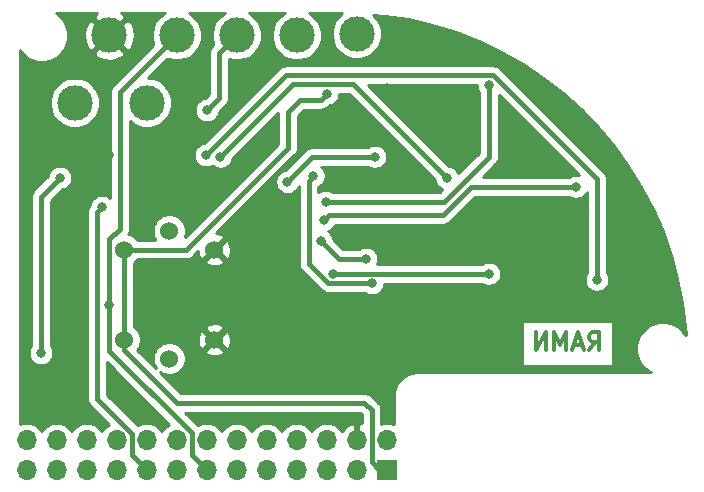
<source format=gbr>
G04 #@! TF.GenerationSoftware,KiCad,Pcbnew,(5.1.4)-1*
G04 #@! TF.CreationDate,2019-12-12T19:55:19+09:00*
G04 #@! TF.ProjectId,microcar_head,6d696372-6f63-4617-925f-686561642e6b,rev?*
G04 #@! TF.SameCoordinates,Original*
G04 #@! TF.FileFunction,Copper,L2,Bot*
G04 #@! TF.FilePolarity,Positive*
%FSLAX46Y46*%
G04 Gerber Fmt 4.6, Leading zero omitted, Abs format (unit mm)*
G04 Created by KiCad (PCBNEW (5.1.4)-1) date 2019-12-12 19:55:19*
%MOMM*%
%LPD*%
G04 APERTURE LIST*
%ADD10C,0.300000*%
%ADD11R,1.700000X1.700000*%
%ADD12O,1.700000X1.700000*%
%ADD13C,3.000000*%
%ADD14C,1.524000*%
%ADD15C,0.800000*%
%ADD16C,0.400000*%
%ADD17C,0.254000*%
G04 APERTURE END LIST*
D10*
X67924928Y-53955071D02*
X68424928Y-53240785D01*
X68782071Y-53955071D02*
X68782071Y-52455071D01*
X68210642Y-52455071D01*
X68067785Y-52526500D01*
X67996357Y-52597928D01*
X67924928Y-52740785D01*
X67924928Y-52955071D01*
X67996357Y-53097928D01*
X68067785Y-53169357D01*
X68210642Y-53240785D01*
X68782071Y-53240785D01*
X67353500Y-53526500D02*
X66639214Y-53526500D01*
X67496357Y-53955071D02*
X66996357Y-52455071D01*
X66496357Y-53955071D01*
X65996357Y-53955071D02*
X65996357Y-52455071D01*
X65496357Y-53526500D01*
X64996357Y-52455071D01*
X64996357Y-53955071D01*
X64282071Y-53955071D02*
X64282071Y-52455071D01*
X63424928Y-53955071D01*
X63424928Y-52455071D01*
D11*
X50800000Y-64135000D03*
D12*
X50800000Y-61595000D03*
X48260000Y-64135000D03*
X48260000Y-61595000D03*
X45720000Y-64135000D03*
X45720000Y-61595000D03*
X43180000Y-64135000D03*
X43180000Y-61595000D03*
X40640000Y-64135000D03*
X40640000Y-61595000D03*
X38100000Y-64135000D03*
X38100000Y-61595000D03*
X35560000Y-64135000D03*
X35560000Y-61595000D03*
X33020000Y-64135000D03*
X33020000Y-61595000D03*
X30480000Y-64135000D03*
X30480000Y-61595000D03*
X27940000Y-64135000D03*
X27940000Y-61595000D03*
X25400000Y-64135000D03*
X25400000Y-61595000D03*
X22860000Y-64135000D03*
X22860000Y-61595000D03*
X20320000Y-64135000D03*
X20320000Y-61595000D03*
D13*
X48260000Y-27178000D03*
D14*
X36203377Y-45457623D03*
X32385000Y-43876000D03*
X28566623Y-45457623D03*
X36203377Y-53094377D03*
X32385000Y-54676000D03*
X28566623Y-53094377D03*
D13*
X30480000Y-33020000D03*
X24384000Y-33020000D03*
X43180000Y-27305000D03*
X38100000Y-27305000D03*
X33020000Y-27305000D03*
X27305000Y-27305000D03*
D15*
X36195000Y-56515000D03*
X34290000Y-53975000D03*
X45720000Y-59690000D03*
X43815000Y-55245000D03*
X43815000Y-53975000D03*
X32385000Y-41275000D03*
X24130000Y-41275000D03*
X27305000Y-37465000D03*
X24765000Y-52070000D03*
X62230000Y-38735000D03*
X51435000Y-38735000D03*
X54610000Y-46355000D03*
X57150000Y-37465000D03*
X50800000Y-31750000D03*
X30480000Y-48260000D03*
X24130000Y-46355000D03*
X20955000Y-59055000D03*
X38100000Y-59690000D03*
X24130000Y-56388000D03*
X35052000Y-29972000D03*
X41910000Y-41656000D03*
X45974000Y-29210000D03*
X73406000Y-45085000D03*
X58547000Y-55118000D03*
X35433000Y-40132000D03*
X33655000Y-50165000D03*
X20193000Y-29718000D03*
X27559000Y-55753000D03*
X45720000Y-32258000D03*
X42374910Y-39724119D03*
X49784000Y-37592000D03*
X68580000Y-48006004D03*
X35471010Y-37465000D03*
X55880000Y-39370000D03*
X36703001Y-37592000D03*
X45212000Y-44704000D03*
X49022000Y-46228000D03*
X44574932Y-39211559D03*
X49530000Y-48298000D03*
X45466000Y-42926000D03*
X66802000Y-40132000D03*
X59436000Y-31496000D03*
X45609978Y-41402000D03*
X59436000Y-47498000D03*
X46209989Y-47498000D03*
X23114000Y-39370000D03*
X21510832Y-54225190D03*
X27305000Y-50165000D03*
X35560000Y-33655000D03*
X26670000Y-41852303D03*
D16*
X45212000Y-32766000D02*
X45720000Y-32258000D01*
X43434000Y-32766000D02*
X45212000Y-32766000D01*
X42418000Y-33782000D02*
X43434000Y-32766000D01*
X33790377Y-45457623D02*
X42418000Y-36830000D01*
X28566623Y-45457623D02*
X33790377Y-45457623D01*
X28566623Y-53983377D02*
X28566623Y-45457623D01*
X50165000Y-64135000D02*
X49510001Y-63480001D01*
X50800000Y-64135000D02*
X50165000Y-64135000D01*
X49510001Y-63480001D02*
X49510001Y-59035001D01*
X49510001Y-59035001D02*
X48895000Y-58420000D01*
X48895000Y-58420000D02*
X33003246Y-58420000D01*
X42418000Y-36830000D02*
X42418000Y-33782000D01*
X33003246Y-58420000D02*
X28566623Y-53983377D01*
X49218315Y-37592000D02*
X49784000Y-37592000D01*
X44507029Y-37592000D02*
X49218315Y-37592000D01*
X42374910Y-39724119D02*
X44507029Y-37592000D01*
X35871009Y-37065001D02*
X35471010Y-37465000D01*
X68580000Y-48006004D02*
X68580000Y-39455998D01*
X59820001Y-30695999D02*
X42240011Y-30695999D01*
X42240011Y-30695999D02*
X35871009Y-37065001D01*
X68580000Y-39455998D02*
X59820001Y-30695999D01*
X42837002Y-31457999D02*
X37103000Y-37192001D01*
X37103000Y-37192001D02*
X36703001Y-37592000D01*
X55880000Y-39370000D02*
X47967999Y-31457999D01*
X47967999Y-31457999D02*
X42837002Y-31457999D01*
X46736000Y-46228000D02*
X48456315Y-46228000D01*
X45212000Y-44704000D02*
X46736000Y-46228000D01*
X48456315Y-46228000D02*
X49022000Y-46228000D01*
X45825985Y-48298000D02*
X48964315Y-48298000D01*
X44174933Y-46646948D02*
X45825985Y-48298000D01*
X44174933Y-39611558D02*
X44174933Y-46646948D01*
X44574932Y-39211559D02*
X44174933Y-39611558D01*
X48964315Y-48298000D02*
X49530000Y-48298000D01*
X57912000Y-40132000D02*
X66802000Y-40132000D01*
X55517999Y-42526001D02*
X57912000Y-40132000D01*
X45466000Y-42926000D02*
X45865999Y-42526001D01*
X45865999Y-42526001D02*
X55517999Y-42526001D01*
X46175663Y-41402000D02*
X45609978Y-41402000D01*
X59436000Y-37592000D02*
X55626000Y-41402000D01*
X59436000Y-31496000D02*
X59436000Y-37592000D01*
X55626000Y-41402000D02*
X46175663Y-41402000D01*
X59436000Y-47498000D02*
X46209989Y-47498000D01*
X23114000Y-39370000D02*
X21510832Y-40973168D01*
X21510832Y-53659505D02*
X21510832Y-54225190D01*
X21510832Y-40973168D02*
X21510832Y-53659505D01*
X27305000Y-50730685D02*
X27305000Y-50165000D01*
X27305000Y-54029998D02*
X27305000Y-50730685D01*
X34270001Y-60994999D02*
X27305000Y-54029998D01*
X35560000Y-64135000D02*
X34270001Y-62845001D01*
X34270001Y-62845001D02*
X34270001Y-60994999D01*
X27305000Y-49599315D02*
X27305000Y-50165000D01*
X27305000Y-44577000D02*
X27305000Y-49599315D01*
X28194000Y-43688000D02*
X27305000Y-44577000D01*
X33020000Y-27305000D02*
X28194000Y-32131000D01*
X28194000Y-32131000D02*
X28194000Y-43688000D01*
X36600001Y-28804999D02*
X36600001Y-32614999D01*
X38100000Y-27305000D02*
X36600001Y-28804999D01*
X36600001Y-32614999D02*
X35560000Y-33655000D01*
X29229999Y-61034997D02*
X26270001Y-58074999D01*
X26270001Y-58074999D02*
X26270001Y-42252302D01*
X26270001Y-42252302D02*
X26670000Y-41852303D01*
X29229999Y-62884999D02*
X29229999Y-61034997D01*
X30480000Y-64135000D02*
X29229999Y-62884999D01*
D17*
G36*
X48675002Y-59380870D02*
G01*
X48675002Y-60171150D01*
X48616890Y-60153524D01*
X48387000Y-60274845D01*
X48387000Y-61468000D01*
X48407000Y-61468000D01*
X48407000Y-61722000D01*
X48387000Y-61722000D01*
X48387000Y-61742000D01*
X48133000Y-61742000D01*
X48133000Y-61722000D01*
X48113000Y-61722000D01*
X48113000Y-61468000D01*
X48133000Y-61468000D01*
X48133000Y-60274845D01*
X47903110Y-60153524D01*
X47755901Y-60198175D01*
X47493080Y-60323359D01*
X47259731Y-60497412D01*
X47064822Y-60713645D01*
X46995201Y-60830523D01*
X46960706Y-60765986D01*
X46775134Y-60539866D01*
X46549014Y-60354294D01*
X46291034Y-60216401D01*
X46011111Y-60131487D01*
X45792950Y-60110000D01*
X45647050Y-60110000D01*
X45428889Y-60131487D01*
X45148966Y-60216401D01*
X44890986Y-60354294D01*
X44664866Y-60539866D01*
X44479294Y-60765986D01*
X44450000Y-60820791D01*
X44420706Y-60765986D01*
X44235134Y-60539866D01*
X44009014Y-60354294D01*
X43751034Y-60216401D01*
X43471111Y-60131487D01*
X43252950Y-60110000D01*
X43107050Y-60110000D01*
X42888889Y-60131487D01*
X42608966Y-60216401D01*
X42350986Y-60354294D01*
X42124866Y-60539866D01*
X41939294Y-60765986D01*
X41910000Y-60820791D01*
X41880706Y-60765986D01*
X41695134Y-60539866D01*
X41469014Y-60354294D01*
X41211034Y-60216401D01*
X40931111Y-60131487D01*
X40712950Y-60110000D01*
X40567050Y-60110000D01*
X40348889Y-60131487D01*
X40068966Y-60216401D01*
X39810986Y-60354294D01*
X39584866Y-60539866D01*
X39399294Y-60765986D01*
X39370000Y-60820791D01*
X39340706Y-60765986D01*
X39155134Y-60539866D01*
X38929014Y-60354294D01*
X38671034Y-60216401D01*
X38391111Y-60131487D01*
X38172950Y-60110000D01*
X38027050Y-60110000D01*
X37808889Y-60131487D01*
X37528966Y-60216401D01*
X37270986Y-60354294D01*
X37044866Y-60539866D01*
X36859294Y-60765986D01*
X36830000Y-60820791D01*
X36800706Y-60765986D01*
X36615134Y-60539866D01*
X36389014Y-60354294D01*
X36131034Y-60216401D01*
X35851111Y-60131487D01*
X35632950Y-60110000D01*
X35487050Y-60110000D01*
X35268889Y-60131487D01*
X34988966Y-60216401D01*
X34782585Y-60326714D01*
X33710871Y-59255000D01*
X48549132Y-59255000D01*
X48675002Y-59380870D01*
X48675002Y-59380870D01*
G37*
X48675002Y-59380870D02*
X48675002Y-60171150D01*
X48616890Y-60153524D01*
X48387000Y-60274845D01*
X48387000Y-61468000D01*
X48407000Y-61468000D01*
X48407000Y-61722000D01*
X48387000Y-61722000D01*
X48387000Y-61742000D01*
X48133000Y-61742000D01*
X48133000Y-61722000D01*
X48113000Y-61722000D01*
X48113000Y-61468000D01*
X48133000Y-61468000D01*
X48133000Y-60274845D01*
X47903110Y-60153524D01*
X47755901Y-60198175D01*
X47493080Y-60323359D01*
X47259731Y-60497412D01*
X47064822Y-60713645D01*
X46995201Y-60830523D01*
X46960706Y-60765986D01*
X46775134Y-60539866D01*
X46549014Y-60354294D01*
X46291034Y-60216401D01*
X46011111Y-60131487D01*
X45792950Y-60110000D01*
X45647050Y-60110000D01*
X45428889Y-60131487D01*
X45148966Y-60216401D01*
X44890986Y-60354294D01*
X44664866Y-60539866D01*
X44479294Y-60765986D01*
X44450000Y-60820791D01*
X44420706Y-60765986D01*
X44235134Y-60539866D01*
X44009014Y-60354294D01*
X43751034Y-60216401D01*
X43471111Y-60131487D01*
X43252950Y-60110000D01*
X43107050Y-60110000D01*
X42888889Y-60131487D01*
X42608966Y-60216401D01*
X42350986Y-60354294D01*
X42124866Y-60539866D01*
X41939294Y-60765986D01*
X41910000Y-60820791D01*
X41880706Y-60765986D01*
X41695134Y-60539866D01*
X41469014Y-60354294D01*
X41211034Y-60216401D01*
X40931111Y-60131487D01*
X40712950Y-60110000D01*
X40567050Y-60110000D01*
X40348889Y-60131487D01*
X40068966Y-60216401D01*
X39810986Y-60354294D01*
X39584866Y-60539866D01*
X39399294Y-60765986D01*
X39370000Y-60820791D01*
X39340706Y-60765986D01*
X39155134Y-60539866D01*
X38929014Y-60354294D01*
X38671034Y-60216401D01*
X38391111Y-60131487D01*
X38172950Y-60110000D01*
X38027050Y-60110000D01*
X37808889Y-60131487D01*
X37528966Y-60216401D01*
X37270986Y-60354294D01*
X37044866Y-60539866D01*
X36859294Y-60765986D01*
X36830000Y-60820791D01*
X36800706Y-60765986D01*
X36615134Y-60539866D01*
X36389014Y-60354294D01*
X36131034Y-60216401D01*
X35851111Y-60131487D01*
X35632950Y-60110000D01*
X35487050Y-60110000D01*
X35268889Y-60131487D01*
X34988966Y-60216401D01*
X34782585Y-60326714D01*
X33710871Y-59255000D01*
X48549132Y-59255000D01*
X48675002Y-59380870D01*
G36*
X31659017Y-25646637D02*
G01*
X31361637Y-25944017D01*
X31127988Y-26293698D01*
X30967047Y-26682244D01*
X30885000Y-27094721D01*
X30885000Y-27515279D01*
X30967047Y-27927756D01*
X31040074Y-28104058D01*
X27632579Y-31511554D01*
X27600709Y-31537709D01*
X27517942Y-31638562D01*
X27496364Y-31664855D01*
X27418828Y-31809914D01*
X27371082Y-31967312D01*
X27354960Y-32131000D01*
X27359000Y-32172019D01*
X27359001Y-41077593D01*
X27329774Y-41048366D01*
X27160256Y-40935098D01*
X26971898Y-40857077D01*
X26771939Y-40817303D01*
X26568061Y-40817303D01*
X26368102Y-40857077D01*
X26179744Y-40935098D01*
X26010226Y-41048366D01*
X25866063Y-41192529D01*
X25752795Y-41362047D01*
X25674774Y-41550405D01*
X25645640Y-41696871D01*
X25603401Y-41748340D01*
X25572365Y-41786157D01*
X25494829Y-41931216D01*
X25447083Y-42088614D01*
X25430961Y-42252302D01*
X25435002Y-42293331D01*
X25435001Y-58033980D01*
X25430961Y-58074999D01*
X25435001Y-58116017D01*
X25447083Y-58238687D01*
X25494829Y-58396085D01*
X25572365Y-58541144D01*
X25676710Y-58668290D01*
X25708580Y-58694445D01*
X27278754Y-60264620D01*
X27110986Y-60354294D01*
X26884866Y-60539866D01*
X26699294Y-60765986D01*
X26670000Y-60820791D01*
X26640706Y-60765986D01*
X26455134Y-60539866D01*
X26229014Y-60354294D01*
X25971034Y-60216401D01*
X25691111Y-60131487D01*
X25472950Y-60110000D01*
X25327050Y-60110000D01*
X25108889Y-60131487D01*
X24828966Y-60216401D01*
X24570986Y-60354294D01*
X24344866Y-60539866D01*
X24159294Y-60765986D01*
X24130000Y-60820791D01*
X24100706Y-60765986D01*
X23915134Y-60539866D01*
X23689014Y-60354294D01*
X23431034Y-60216401D01*
X23151111Y-60131487D01*
X22932950Y-60110000D01*
X22787050Y-60110000D01*
X22568889Y-60131487D01*
X22288966Y-60216401D01*
X22030986Y-60354294D01*
X21804866Y-60539866D01*
X21619294Y-60765986D01*
X21590000Y-60820791D01*
X21560706Y-60765986D01*
X21375134Y-60539866D01*
X21149014Y-60354294D01*
X20891034Y-60216401D01*
X20611111Y-60131487D01*
X20392950Y-60110000D01*
X20247050Y-60110000D01*
X20028889Y-60131487D01*
X19748966Y-60216401D01*
X19710000Y-60237229D01*
X19710000Y-54123251D01*
X20475832Y-54123251D01*
X20475832Y-54327129D01*
X20515606Y-54527088D01*
X20593627Y-54715446D01*
X20706895Y-54884964D01*
X20851058Y-55029127D01*
X21020576Y-55142395D01*
X21208934Y-55220416D01*
X21408893Y-55260190D01*
X21612771Y-55260190D01*
X21812730Y-55220416D01*
X22001088Y-55142395D01*
X22170606Y-55029127D01*
X22314769Y-54884964D01*
X22428037Y-54715446D01*
X22506058Y-54527088D01*
X22545832Y-54327129D01*
X22545832Y-54123251D01*
X22506058Y-53923292D01*
X22428037Y-53734934D01*
X22345832Y-53611905D01*
X22345832Y-41319035D01*
X23270776Y-40394092D01*
X23415898Y-40365226D01*
X23604256Y-40287205D01*
X23773774Y-40173937D01*
X23917937Y-40029774D01*
X24031205Y-39860256D01*
X24109226Y-39671898D01*
X24149000Y-39471939D01*
X24149000Y-39268061D01*
X24109226Y-39068102D01*
X24031205Y-38879744D01*
X23917937Y-38710226D01*
X23773774Y-38566063D01*
X23604256Y-38452795D01*
X23415898Y-38374774D01*
X23215939Y-38335000D01*
X23012061Y-38335000D01*
X22812102Y-38374774D01*
X22623744Y-38452795D01*
X22454226Y-38566063D01*
X22310063Y-38710226D01*
X22196795Y-38879744D01*
X22118774Y-39068102D01*
X22089908Y-39213224D01*
X20949411Y-40353722D01*
X20917541Y-40379877D01*
X20813197Y-40507022D01*
X20813196Y-40507023D01*
X20735660Y-40652082D01*
X20687914Y-40809480D01*
X20671792Y-40973168D01*
X20675832Y-41014187D01*
X20675833Y-53611904D01*
X20593627Y-53734934D01*
X20515606Y-53923292D01*
X20475832Y-54123251D01*
X19710000Y-54123251D01*
X19710000Y-32809721D01*
X22249000Y-32809721D01*
X22249000Y-33230279D01*
X22331047Y-33642756D01*
X22491988Y-34031302D01*
X22725637Y-34380983D01*
X23023017Y-34678363D01*
X23372698Y-34912012D01*
X23761244Y-35072953D01*
X24173721Y-35155000D01*
X24594279Y-35155000D01*
X25006756Y-35072953D01*
X25395302Y-34912012D01*
X25744983Y-34678363D01*
X26042363Y-34380983D01*
X26276012Y-34031302D01*
X26436953Y-33642756D01*
X26519000Y-33230279D01*
X26519000Y-32809721D01*
X26436953Y-32397244D01*
X26276012Y-32008698D01*
X26042363Y-31659017D01*
X25744983Y-31361637D01*
X25395302Y-31127988D01*
X25006756Y-30967047D01*
X24594279Y-30885000D01*
X24173721Y-30885000D01*
X23761244Y-30967047D01*
X23372698Y-31127988D01*
X23023017Y-31361637D01*
X22725637Y-31659017D01*
X22491988Y-32008698D01*
X22331047Y-32397244D01*
X22249000Y-32809721D01*
X19710000Y-32809721D01*
X19710000Y-28514274D01*
X19853962Y-28729729D01*
X20165271Y-29041038D01*
X20531331Y-29285631D01*
X20938075Y-29454110D01*
X21369872Y-29540000D01*
X21810128Y-29540000D01*
X22241925Y-29454110D01*
X22648669Y-29285631D01*
X23014729Y-29041038D01*
X23259114Y-28796653D01*
X25992952Y-28796653D01*
X26148962Y-29112214D01*
X26523745Y-29303020D01*
X26928551Y-29417044D01*
X27347824Y-29449902D01*
X27765451Y-29400334D01*
X28165383Y-29270243D01*
X28461038Y-29112214D01*
X28617048Y-28796653D01*
X27305000Y-27484605D01*
X25992952Y-28796653D01*
X23259114Y-28796653D01*
X23326038Y-28729729D01*
X23570631Y-28363669D01*
X23739110Y-27956925D01*
X23825000Y-27525128D01*
X23825000Y-27347824D01*
X25160098Y-27347824D01*
X25209666Y-27765451D01*
X25339757Y-28165383D01*
X25497786Y-28461038D01*
X25813347Y-28617048D01*
X27125395Y-27305000D01*
X27484605Y-27305000D01*
X28796653Y-28617048D01*
X29112214Y-28461038D01*
X29303020Y-28086255D01*
X29417044Y-27681449D01*
X29449902Y-27262176D01*
X29400334Y-26844549D01*
X29270243Y-26444617D01*
X29112214Y-26148962D01*
X28796653Y-25992952D01*
X27484605Y-27305000D01*
X27125395Y-27305000D01*
X25813347Y-25992952D01*
X25497786Y-26148962D01*
X25306980Y-26523745D01*
X25192956Y-26928551D01*
X25160098Y-27347824D01*
X23825000Y-27347824D01*
X23825000Y-27084872D01*
X23739110Y-26653075D01*
X23570631Y-26246331D01*
X23326038Y-25880271D01*
X23014729Y-25568962D01*
X22799215Y-25424960D01*
X26285313Y-25424906D01*
X26148962Y-25497786D01*
X25992952Y-25813347D01*
X27305000Y-27125395D01*
X28617048Y-25813347D01*
X28461038Y-25497786D01*
X28317823Y-25424874D01*
X31990996Y-25424816D01*
X31659017Y-25646637D01*
X31659017Y-25646637D01*
G37*
X31659017Y-25646637D02*
X31361637Y-25944017D01*
X31127988Y-26293698D01*
X30967047Y-26682244D01*
X30885000Y-27094721D01*
X30885000Y-27515279D01*
X30967047Y-27927756D01*
X31040074Y-28104058D01*
X27632579Y-31511554D01*
X27600709Y-31537709D01*
X27517942Y-31638562D01*
X27496364Y-31664855D01*
X27418828Y-31809914D01*
X27371082Y-31967312D01*
X27354960Y-32131000D01*
X27359000Y-32172019D01*
X27359001Y-41077593D01*
X27329774Y-41048366D01*
X27160256Y-40935098D01*
X26971898Y-40857077D01*
X26771939Y-40817303D01*
X26568061Y-40817303D01*
X26368102Y-40857077D01*
X26179744Y-40935098D01*
X26010226Y-41048366D01*
X25866063Y-41192529D01*
X25752795Y-41362047D01*
X25674774Y-41550405D01*
X25645640Y-41696871D01*
X25603401Y-41748340D01*
X25572365Y-41786157D01*
X25494829Y-41931216D01*
X25447083Y-42088614D01*
X25430961Y-42252302D01*
X25435002Y-42293331D01*
X25435001Y-58033980D01*
X25430961Y-58074999D01*
X25435001Y-58116017D01*
X25447083Y-58238687D01*
X25494829Y-58396085D01*
X25572365Y-58541144D01*
X25676710Y-58668290D01*
X25708580Y-58694445D01*
X27278754Y-60264620D01*
X27110986Y-60354294D01*
X26884866Y-60539866D01*
X26699294Y-60765986D01*
X26670000Y-60820791D01*
X26640706Y-60765986D01*
X26455134Y-60539866D01*
X26229014Y-60354294D01*
X25971034Y-60216401D01*
X25691111Y-60131487D01*
X25472950Y-60110000D01*
X25327050Y-60110000D01*
X25108889Y-60131487D01*
X24828966Y-60216401D01*
X24570986Y-60354294D01*
X24344866Y-60539866D01*
X24159294Y-60765986D01*
X24130000Y-60820791D01*
X24100706Y-60765986D01*
X23915134Y-60539866D01*
X23689014Y-60354294D01*
X23431034Y-60216401D01*
X23151111Y-60131487D01*
X22932950Y-60110000D01*
X22787050Y-60110000D01*
X22568889Y-60131487D01*
X22288966Y-60216401D01*
X22030986Y-60354294D01*
X21804866Y-60539866D01*
X21619294Y-60765986D01*
X21590000Y-60820791D01*
X21560706Y-60765986D01*
X21375134Y-60539866D01*
X21149014Y-60354294D01*
X20891034Y-60216401D01*
X20611111Y-60131487D01*
X20392950Y-60110000D01*
X20247050Y-60110000D01*
X20028889Y-60131487D01*
X19748966Y-60216401D01*
X19710000Y-60237229D01*
X19710000Y-54123251D01*
X20475832Y-54123251D01*
X20475832Y-54327129D01*
X20515606Y-54527088D01*
X20593627Y-54715446D01*
X20706895Y-54884964D01*
X20851058Y-55029127D01*
X21020576Y-55142395D01*
X21208934Y-55220416D01*
X21408893Y-55260190D01*
X21612771Y-55260190D01*
X21812730Y-55220416D01*
X22001088Y-55142395D01*
X22170606Y-55029127D01*
X22314769Y-54884964D01*
X22428037Y-54715446D01*
X22506058Y-54527088D01*
X22545832Y-54327129D01*
X22545832Y-54123251D01*
X22506058Y-53923292D01*
X22428037Y-53734934D01*
X22345832Y-53611905D01*
X22345832Y-41319035D01*
X23270776Y-40394092D01*
X23415898Y-40365226D01*
X23604256Y-40287205D01*
X23773774Y-40173937D01*
X23917937Y-40029774D01*
X24031205Y-39860256D01*
X24109226Y-39671898D01*
X24149000Y-39471939D01*
X24149000Y-39268061D01*
X24109226Y-39068102D01*
X24031205Y-38879744D01*
X23917937Y-38710226D01*
X23773774Y-38566063D01*
X23604256Y-38452795D01*
X23415898Y-38374774D01*
X23215939Y-38335000D01*
X23012061Y-38335000D01*
X22812102Y-38374774D01*
X22623744Y-38452795D01*
X22454226Y-38566063D01*
X22310063Y-38710226D01*
X22196795Y-38879744D01*
X22118774Y-39068102D01*
X22089908Y-39213224D01*
X20949411Y-40353722D01*
X20917541Y-40379877D01*
X20813197Y-40507022D01*
X20813196Y-40507023D01*
X20735660Y-40652082D01*
X20687914Y-40809480D01*
X20671792Y-40973168D01*
X20675832Y-41014187D01*
X20675833Y-53611904D01*
X20593627Y-53734934D01*
X20515606Y-53923292D01*
X20475832Y-54123251D01*
X19710000Y-54123251D01*
X19710000Y-32809721D01*
X22249000Y-32809721D01*
X22249000Y-33230279D01*
X22331047Y-33642756D01*
X22491988Y-34031302D01*
X22725637Y-34380983D01*
X23023017Y-34678363D01*
X23372698Y-34912012D01*
X23761244Y-35072953D01*
X24173721Y-35155000D01*
X24594279Y-35155000D01*
X25006756Y-35072953D01*
X25395302Y-34912012D01*
X25744983Y-34678363D01*
X26042363Y-34380983D01*
X26276012Y-34031302D01*
X26436953Y-33642756D01*
X26519000Y-33230279D01*
X26519000Y-32809721D01*
X26436953Y-32397244D01*
X26276012Y-32008698D01*
X26042363Y-31659017D01*
X25744983Y-31361637D01*
X25395302Y-31127988D01*
X25006756Y-30967047D01*
X24594279Y-30885000D01*
X24173721Y-30885000D01*
X23761244Y-30967047D01*
X23372698Y-31127988D01*
X23023017Y-31361637D01*
X22725637Y-31659017D01*
X22491988Y-32008698D01*
X22331047Y-32397244D01*
X22249000Y-32809721D01*
X19710000Y-32809721D01*
X19710000Y-28514274D01*
X19853962Y-28729729D01*
X20165271Y-29041038D01*
X20531331Y-29285631D01*
X20938075Y-29454110D01*
X21369872Y-29540000D01*
X21810128Y-29540000D01*
X22241925Y-29454110D01*
X22648669Y-29285631D01*
X23014729Y-29041038D01*
X23259114Y-28796653D01*
X25992952Y-28796653D01*
X26148962Y-29112214D01*
X26523745Y-29303020D01*
X26928551Y-29417044D01*
X27347824Y-29449902D01*
X27765451Y-29400334D01*
X28165383Y-29270243D01*
X28461038Y-29112214D01*
X28617048Y-28796653D01*
X27305000Y-27484605D01*
X25992952Y-28796653D01*
X23259114Y-28796653D01*
X23326038Y-28729729D01*
X23570631Y-28363669D01*
X23739110Y-27956925D01*
X23825000Y-27525128D01*
X23825000Y-27347824D01*
X25160098Y-27347824D01*
X25209666Y-27765451D01*
X25339757Y-28165383D01*
X25497786Y-28461038D01*
X25813347Y-28617048D01*
X27125395Y-27305000D01*
X27484605Y-27305000D01*
X28796653Y-28617048D01*
X29112214Y-28461038D01*
X29303020Y-28086255D01*
X29417044Y-27681449D01*
X29449902Y-27262176D01*
X29400334Y-26844549D01*
X29270243Y-26444617D01*
X29112214Y-26148962D01*
X28796653Y-25992952D01*
X27484605Y-27305000D01*
X27125395Y-27305000D01*
X25813347Y-25992952D01*
X25497786Y-26148962D01*
X25306980Y-26523745D01*
X25192956Y-26928551D01*
X25160098Y-27347824D01*
X23825000Y-27347824D01*
X23825000Y-27084872D01*
X23739110Y-26653075D01*
X23570631Y-26246331D01*
X23326038Y-25880271D01*
X23014729Y-25568962D01*
X22799215Y-25424960D01*
X26285313Y-25424906D01*
X26148962Y-25497786D01*
X25992952Y-25813347D01*
X27305000Y-27125395D01*
X28617048Y-25813347D01*
X28461038Y-25497786D01*
X28317823Y-25424874D01*
X31990996Y-25424816D01*
X31659017Y-25646637D01*
G36*
X32358754Y-60264620D02*
G01*
X32190986Y-60354294D01*
X31964866Y-60539866D01*
X31779294Y-60765986D01*
X31750000Y-60820791D01*
X31720706Y-60765986D01*
X31535134Y-60539866D01*
X31309014Y-60354294D01*
X31051034Y-60216401D01*
X30771111Y-60131487D01*
X30552950Y-60110000D01*
X30407050Y-60110000D01*
X30188889Y-60131487D01*
X29908966Y-60216401D01*
X29702584Y-60326714D01*
X27105001Y-57729132D01*
X27105001Y-55010866D01*
X32358754Y-60264620D01*
X32358754Y-60264620D01*
G37*
X32358754Y-60264620D02*
X32190986Y-60354294D01*
X31964866Y-60539866D01*
X31779294Y-60765986D01*
X31750000Y-60820791D01*
X31720706Y-60765986D01*
X31535134Y-60539866D01*
X31309014Y-60354294D01*
X31051034Y-60216401D01*
X30771111Y-60131487D01*
X30552950Y-60110000D01*
X30407050Y-60110000D01*
X30188889Y-60131487D01*
X29908966Y-60216401D01*
X29702584Y-60326714D01*
X27105001Y-57729132D01*
X27105001Y-55010866D01*
X32358754Y-60264620D01*
G36*
X47026360Y-25434549D02*
G01*
X46899017Y-25519637D01*
X46601637Y-25817017D01*
X46367988Y-26166698D01*
X46207047Y-26555244D01*
X46125000Y-26967721D01*
X46125000Y-27388279D01*
X46207047Y-27800756D01*
X46367988Y-28189302D01*
X46601637Y-28538983D01*
X46899017Y-28836363D01*
X47248698Y-29070012D01*
X47637244Y-29230953D01*
X48049721Y-29313000D01*
X48470279Y-29313000D01*
X48882756Y-29230953D01*
X49271302Y-29070012D01*
X49620983Y-28836363D01*
X49918363Y-28538983D01*
X50152012Y-28189302D01*
X50312953Y-27800756D01*
X50395000Y-27388279D01*
X50395000Y-26967721D01*
X50312953Y-26555244D01*
X50152012Y-26166698D01*
X49918363Y-25817017D01*
X49660860Y-25559514D01*
X50557075Y-25637432D01*
X52619411Y-25966616D01*
X54652927Y-26442407D01*
X56647228Y-27062374D01*
X58592095Y-27823340D01*
X60477577Y-28721411D01*
X62294030Y-29751994D01*
X64032160Y-30909819D01*
X65683037Y-32188935D01*
X67238251Y-33582823D01*
X68689822Y-35084336D01*
X70030324Y-36685791D01*
X71252890Y-38378981D01*
X72351275Y-40155258D01*
X73319843Y-42005509D01*
X74153650Y-43920288D01*
X74848422Y-45889787D01*
X75400597Y-47903895D01*
X75807358Y-49952347D01*
X76066618Y-52024634D01*
X76103537Y-52721843D01*
X75904038Y-52423271D01*
X75592729Y-52111962D01*
X75226669Y-51867369D01*
X74819925Y-51698890D01*
X74388128Y-51613000D01*
X73947872Y-51613000D01*
X73516075Y-51698890D01*
X73109331Y-51867369D01*
X72743271Y-52111962D01*
X72431962Y-52423271D01*
X72187369Y-52789331D01*
X72018890Y-53196075D01*
X71933000Y-53627872D01*
X71933000Y-54068128D01*
X72018890Y-54499925D01*
X72187369Y-54906669D01*
X72431962Y-55272729D01*
X72743271Y-55584038D01*
X73109331Y-55828631D01*
X73172991Y-55855000D01*
X53307581Y-55855000D01*
X53279135Y-55857802D01*
X53271318Y-55857747D01*
X53262147Y-55858646D01*
X53015644Y-55884554D01*
X52957028Y-55896586D01*
X52898284Y-55907792D01*
X52889462Y-55910456D01*
X52652686Y-55983751D01*
X52597555Y-56006926D01*
X52542080Y-56029339D01*
X52533944Y-56033666D01*
X52315914Y-56151554D01*
X52266346Y-56184988D01*
X52216265Y-56217760D01*
X52209124Y-56223584D01*
X52018144Y-56381577D01*
X51976005Y-56424012D01*
X51933255Y-56465875D01*
X51927381Y-56472976D01*
X51770727Y-56665054D01*
X51737655Y-56714831D01*
X51703826Y-56764237D01*
X51699444Y-56772343D01*
X51583081Y-56991191D01*
X51560298Y-57046468D01*
X51536721Y-57101475D01*
X51533997Y-57110278D01*
X51462357Y-57347559D01*
X51450736Y-57406246D01*
X51438300Y-57464752D01*
X51437337Y-57473917D01*
X51413150Y-57720595D01*
X51410000Y-57752582D01*
X51410000Y-60237229D01*
X51371034Y-60216401D01*
X51091111Y-60131487D01*
X50872950Y-60110000D01*
X50727050Y-60110000D01*
X50508889Y-60131487D01*
X50345001Y-60181202D01*
X50345001Y-59076019D01*
X50349041Y-59035001D01*
X50332919Y-58871313D01*
X50293416Y-58741086D01*
X50285173Y-58713914D01*
X50207637Y-58568855D01*
X50103292Y-58441710D01*
X50071432Y-58415563D01*
X49514445Y-57858578D01*
X49488291Y-57826709D01*
X49361146Y-57722364D01*
X49216087Y-57644828D01*
X49058689Y-57597082D01*
X48936019Y-57585000D01*
X48936018Y-57585000D01*
X48895000Y-57580960D01*
X48853982Y-57585000D01*
X33349114Y-57585000D01*
X31587192Y-55823078D01*
X31723273Y-55914005D01*
X31977510Y-56019314D01*
X32247408Y-56073000D01*
X32522592Y-56073000D01*
X32792490Y-56019314D01*
X33046727Y-55914005D01*
X33275535Y-55761120D01*
X33470120Y-55566535D01*
X33623005Y-55337727D01*
X33728314Y-55083490D01*
X33782000Y-54813592D01*
X33782000Y-54538408D01*
X33728314Y-54268510D01*
X33641922Y-54059942D01*
X35417417Y-54059942D01*
X35484397Y-54300033D01*
X35733425Y-54417133D01*
X36000512Y-54483400D01*
X36275394Y-54496287D01*
X36547510Y-54455299D01*
X36806400Y-54362013D01*
X36922357Y-54300033D01*
X36989337Y-54059942D01*
X36203377Y-53273982D01*
X35417417Y-54059942D01*
X33641922Y-54059942D01*
X33623005Y-54014273D01*
X33470120Y-53785465D01*
X33275535Y-53590880D01*
X33046727Y-53437995D01*
X32792490Y-53332686D01*
X32522592Y-53279000D01*
X32247408Y-53279000D01*
X31977510Y-53332686D01*
X31723273Y-53437995D01*
X31494465Y-53590880D01*
X31299880Y-53785465D01*
X31146995Y-54014273D01*
X31041686Y-54268510D01*
X30988000Y-54538408D01*
X30988000Y-54813592D01*
X31041686Y-55083490D01*
X31146995Y-55337727D01*
X31237922Y-55473809D01*
X29690709Y-53926596D01*
X29804628Y-53756104D01*
X29909937Y-53501867D01*
X29963623Y-53231969D01*
X29963623Y-53166394D01*
X34801467Y-53166394D01*
X34842455Y-53438510D01*
X34935741Y-53697400D01*
X34997721Y-53813357D01*
X35237812Y-53880337D01*
X36023772Y-53094377D01*
X36382982Y-53094377D01*
X37168942Y-53880337D01*
X37409033Y-53813357D01*
X37526133Y-53564329D01*
X37592400Y-53297242D01*
X37605287Y-53022360D01*
X37564299Y-52750244D01*
X37471013Y-52491354D01*
X37409033Y-52375397D01*
X37168942Y-52308417D01*
X36382982Y-53094377D01*
X36023772Y-53094377D01*
X35237812Y-52308417D01*
X34997721Y-52375397D01*
X34880621Y-52624425D01*
X34814354Y-52891512D01*
X34801467Y-53166394D01*
X29963623Y-53166394D01*
X29963623Y-52956785D01*
X29909937Y-52686887D01*
X29804628Y-52432650D01*
X29651743Y-52203842D01*
X29576713Y-52128812D01*
X35417417Y-52128812D01*
X36203377Y-52914772D01*
X36989337Y-52128812D01*
X36922357Y-51888721D01*
X36673329Y-51771621D01*
X36406242Y-51705354D01*
X36131360Y-51692467D01*
X35859244Y-51733455D01*
X35600354Y-51826741D01*
X35484397Y-51888721D01*
X35417417Y-52128812D01*
X29576713Y-52128812D01*
X29457158Y-52009257D01*
X29401623Y-51972150D01*
X29401623Y-51486500D01*
X62282786Y-51486500D01*
X62282786Y-55306500D01*
X69924215Y-55306500D01*
X69924215Y-51486500D01*
X62282786Y-51486500D01*
X29401623Y-51486500D01*
X29401623Y-46579850D01*
X29457158Y-46542743D01*
X29576713Y-46423188D01*
X35417417Y-46423188D01*
X35484397Y-46663279D01*
X35733425Y-46780379D01*
X36000512Y-46846646D01*
X36275394Y-46859533D01*
X36547510Y-46818545D01*
X36806400Y-46725259D01*
X36922357Y-46663279D01*
X36989337Y-46423188D01*
X36203377Y-45637228D01*
X35417417Y-46423188D01*
X29576713Y-46423188D01*
X29651743Y-46348158D01*
X29688850Y-46292623D01*
X33749359Y-46292623D01*
X33790377Y-46296663D01*
X33831395Y-46292623D01*
X33831396Y-46292623D01*
X33954066Y-46280541D01*
X34111464Y-46232795D01*
X34256523Y-46155259D01*
X34383668Y-46050914D01*
X34409823Y-46019044D01*
X34814265Y-45614602D01*
X34842455Y-45801756D01*
X34935741Y-46060646D01*
X34997721Y-46176603D01*
X35237812Y-46243583D01*
X36023772Y-45457623D01*
X36382982Y-45457623D01*
X37168942Y-46243583D01*
X37409033Y-46176603D01*
X37526133Y-45927575D01*
X37592400Y-45660488D01*
X37605287Y-45385606D01*
X37564299Y-45113490D01*
X37471013Y-44854600D01*
X37409033Y-44738643D01*
X37168942Y-44671663D01*
X36382982Y-45457623D01*
X36023772Y-45457623D01*
X36009630Y-45443481D01*
X36189235Y-45263876D01*
X36203377Y-45278018D01*
X36989337Y-44492058D01*
X36922357Y-44251967D01*
X36673329Y-44134867D01*
X36406242Y-44068600D01*
X36362326Y-44066541D01*
X42979428Y-37449440D01*
X43011291Y-37423291D01*
X43115636Y-37296146D01*
X43193172Y-37151087D01*
X43240918Y-36993689D01*
X43253000Y-36871019D01*
X43253000Y-36871009D01*
X43257039Y-36830001D01*
X43253000Y-36788993D01*
X43253000Y-34127867D01*
X43779868Y-33601000D01*
X45170982Y-33601000D01*
X45212000Y-33605040D01*
X45253018Y-33601000D01*
X45253019Y-33601000D01*
X45375689Y-33588918D01*
X45533087Y-33541172D01*
X45678146Y-33463636D01*
X45805291Y-33359291D01*
X45831446Y-33327421D01*
X45876774Y-33282093D01*
X46021898Y-33253226D01*
X46210256Y-33175205D01*
X46379774Y-33061937D01*
X46523937Y-32917774D01*
X46637205Y-32748256D01*
X46715226Y-32559898D01*
X46755000Y-32359939D01*
X46755000Y-32292999D01*
X47622132Y-32292999D01*
X54855908Y-39526776D01*
X54884774Y-39671898D01*
X54962795Y-39860256D01*
X55076063Y-40029774D01*
X55220226Y-40173937D01*
X55389744Y-40287205D01*
X55510082Y-40337051D01*
X55280133Y-40567000D01*
X46223263Y-40567000D01*
X46100234Y-40484795D01*
X45911876Y-40406774D01*
X45711917Y-40367000D01*
X45508039Y-40367000D01*
X45308080Y-40406774D01*
X45119722Y-40484795D01*
X45009933Y-40558153D01*
X45009933Y-40151652D01*
X45065188Y-40128764D01*
X45234706Y-40015496D01*
X45378869Y-39871333D01*
X45492137Y-39701815D01*
X45570158Y-39513457D01*
X45609932Y-39313498D01*
X45609932Y-39109620D01*
X45570158Y-38909661D01*
X45492137Y-38721303D01*
X45378869Y-38551785D01*
X45254084Y-38427000D01*
X49170715Y-38427000D01*
X49293744Y-38509205D01*
X49482102Y-38587226D01*
X49682061Y-38627000D01*
X49885939Y-38627000D01*
X50085898Y-38587226D01*
X50274256Y-38509205D01*
X50443774Y-38395937D01*
X50587937Y-38251774D01*
X50701205Y-38082256D01*
X50779226Y-37893898D01*
X50819000Y-37693939D01*
X50819000Y-37490061D01*
X50779226Y-37290102D01*
X50701205Y-37101744D01*
X50587937Y-36932226D01*
X50443774Y-36788063D01*
X50274256Y-36674795D01*
X50085898Y-36596774D01*
X49885939Y-36557000D01*
X49682061Y-36557000D01*
X49482102Y-36596774D01*
X49293744Y-36674795D01*
X49170715Y-36757000D01*
X44548047Y-36757000D01*
X44507029Y-36752960D01*
X44466011Y-36757000D01*
X44466010Y-36757000D01*
X44343340Y-36769082D01*
X44280768Y-36788063D01*
X44185942Y-36816828D01*
X44040883Y-36894364D01*
X43991518Y-36934877D01*
X43913738Y-36998709D01*
X43887592Y-37030568D01*
X42218135Y-38700026D01*
X42073012Y-38728893D01*
X41884654Y-38806914D01*
X41715136Y-38920182D01*
X41570973Y-39064345D01*
X41457705Y-39233863D01*
X41379684Y-39422221D01*
X41339910Y-39622180D01*
X41339910Y-39826058D01*
X41379684Y-40026017D01*
X41457705Y-40214375D01*
X41570973Y-40383893D01*
X41715136Y-40528056D01*
X41884654Y-40641324D01*
X42073012Y-40719345D01*
X42272971Y-40759119D01*
X42476849Y-40759119D01*
X42676808Y-40719345D01*
X42865166Y-40641324D01*
X43034684Y-40528056D01*
X43178847Y-40383893D01*
X43292115Y-40214375D01*
X43339933Y-40098933D01*
X43339934Y-46605920D01*
X43335893Y-46646948D01*
X43352015Y-46810636D01*
X43399761Y-46968034D01*
X43477297Y-47113093D01*
X43491620Y-47130545D01*
X43581643Y-47240239D01*
X43613507Y-47266389D01*
X45206544Y-48859426D01*
X45232694Y-48891291D01*
X45313704Y-48957774D01*
X45359839Y-48995636D01*
X45504898Y-49073172D01*
X45662296Y-49120918D01*
X45825984Y-49137040D01*
X45867003Y-49133000D01*
X48916715Y-49133000D01*
X49039744Y-49215205D01*
X49228102Y-49293226D01*
X49428061Y-49333000D01*
X49631939Y-49333000D01*
X49831898Y-49293226D01*
X50020256Y-49215205D01*
X50189774Y-49101937D01*
X50333937Y-48957774D01*
X50447205Y-48788256D01*
X50525226Y-48599898D01*
X50565000Y-48399939D01*
X50565000Y-48333000D01*
X58822715Y-48333000D01*
X58945744Y-48415205D01*
X59134102Y-48493226D01*
X59334061Y-48533000D01*
X59537939Y-48533000D01*
X59737898Y-48493226D01*
X59926256Y-48415205D01*
X60095774Y-48301937D01*
X60239937Y-48157774D01*
X60353205Y-47988256D01*
X60431226Y-47799898D01*
X60471000Y-47599939D01*
X60471000Y-47396061D01*
X60431226Y-47196102D01*
X60353205Y-47007744D01*
X60239937Y-46838226D01*
X60095774Y-46694063D01*
X59926256Y-46580795D01*
X59737898Y-46502774D01*
X59537939Y-46463000D01*
X59334061Y-46463000D01*
X59134102Y-46502774D01*
X58945744Y-46580795D01*
X58822715Y-46663000D01*
X49962093Y-46663000D01*
X50017226Y-46529898D01*
X50057000Y-46329939D01*
X50057000Y-46126061D01*
X50017226Y-45926102D01*
X49939205Y-45737744D01*
X49825937Y-45568226D01*
X49681774Y-45424063D01*
X49512256Y-45310795D01*
X49323898Y-45232774D01*
X49123939Y-45193000D01*
X48920061Y-45193000D01*
X48720102Y-45232774D01*
X48531744Y-45310795D01*
X48408715Y-45393000D01*
X47081868Y-45393000D01*
X46236093Y-44547225D01*
X46207226Y-44402102D01*
X46129205Y-44213744D01*
X46015937Y-44044226D01*
X45871774Y-43900063D01*
X45851574Y-43886566D01*
X45956256Y-43843205D01*
X46125774Y-43729937D01*
X46269937Y-43585774D01*
X46383205Y-43416256D01*
X46406093Y-43361001D01*
X55476981Y-43361001D01*
X55517999Y-43365041D01*
X55559017Y-43361001D01*
X55559018Y-43361001D01*
X55681688Y-43348919D01*
X55839086Y-43301173D01*
X55984145Y-43223637D01*
X56111290Y-43119292D01*
X56137445Y-43087422D01*
X58257869Y-40967000D01*
X66188715Y-40967000D01*
X66311744Y-41049205D01*
X66500102Y-41127226D01*
X66700061Y-41167000D01*
X66903939Y-41167000D01*
X67103898Y-41127226D01*
X67292256Y-41049205D01*
X67461774Y-40935937D01*
X67605937Y-40791774D01*
X67719205Y-40622256D01*
X67745001Y-40559980D01*
X67745000Y-47392719D01*
X67662795Y-47515748D01*
X67584774Y-47704106D01*
X67545000Y-47904065D01*
X67545000Y-48107943D01*
X67584774Y-48307902D01*
X67662795Y-48496260D01*
X67776063Y-48665778D01*
X67920226Y-48809941D01*
X68089744Y-48923209D01*
X68278102Y-49001230D01*
X68478061Y-49041004D01*
X68681939Y-49041004D01*
X68881898Y-49001230D01*
X69070256Y-48923209D01*
X69239774Y-48809941D01*
X69383937Y-48665778D01*
X69497205Y-48496260D01*
X69575226Y-48307902D01*
X69615000Y-48107943D01*
X69615000Y-47904065D01*
X69575226Y-47704106D01*
X69497205Y-47515748D01*
X69415000Y-47392719D01*
X69415000Y-39497005D01*
X69419039Y-39455997D01*
X69415000Y-39414989D01*
X69415000Y-39414979D01*
X69402918Y-39292309D01*
X69355172Y-39134911D01*
X69277636Y-38989852D01*
X69173291Y-38862707D01*
X69141427Y-38836557D01*
X60439447Y-30134578D01*
X60413292Y-30102708D01*
X60286147Y-29998363D01*
X60141088Y-29920827D01*
X59983690Y-29873081D01*
X59861020Y-29860999D01*
X59861019Y-29860999D01*
X59820001Y-29856959D01*
X59778983Y-29860999D01*
X42281029Y-29860999D01*
X42240010Y-29856959D01*
X42198992Y-29860999D01*
X42076322Y-29873081D01*
X41918924Y-29920827D01*
X41773865Y-29998363D01*
X41646720Y-30102708D01*
X41620570Y-30134572D01*
X35314236Y-36440907D01*
X35169112Y-36469774D01*
X34980754Y-36547795D01*
X34811236Y-36661063D01*
X34667073Y-36805226D01*
X34553805Y-36974744D01*
X34475784Y-37163102D01*
X34436010Y-37363061D01*
X34436010Y-37566939D01*
X34475784Y-37766898D01*
X34553805Y-37955256D01*
X34667073Y-38124774D01*
X34811236Y-38268937D01*
X34980754Y-38382205D01*
X35169112Y-38460226D01*
X35369071Y-38500000D01*
X35572949Y-38500000D01*
X35772908Y-38460226D01*
X35961266Y-38382205D01*
X36002166Y-38354876D01*
X36043227Y-38395937D01*
X36212745Y-38509205D01*
X36401103Y-38587226D01*
X36601062Y-38627000D01*
X36804940Y-38627000D01*
X37004899Y-38587226D01*
X37193257Y-38509205D01*
X37362775Y-38395937D01*
X37506938Y-38251774D01*
X37620206Y-38082256D01*
X37698227Y-37893898D01*
X37727094Y-37748774D01*
X41583001Y-33892868D01*
X41583000Y-36484132D01*
X33689190Y-44377943D01*
X33728314Y-44283490D01*
X33782000Y-44013592D01*
X33782000Y-43738408D01*
X33728314Y-43468510D01*
X33623005Y-43214273D01*
X33470120Y-42985465D01*
X33275535Y-42790880D01*
X33046727Y-42637995D01*
X32792490Y-42532686D01*
X32522592Y-42479000D01*
X32247408Y-42479000D01*
X31977510Y-42532686D01*
X31723273Y-42637995D01*
X31494465Y-42790880D01*
X31299880Y-42985465D01*
X31146995Y-43214273D01*
X31041686Y-43468510D01*
X30988000Y-43738408D01*
X30988000Y-44013592D01*
X31041686Y-44283490D01*
X31146995Y-44537727D01*
X31203721Y-44622623D01*
X29688850Y-44622623D01*
X29651743Y-44567088D01*
X29457158Y-44372503D01*
X29228350Y-44219618D01*
X28974113Y-44114309D01*
X28918809Y-44103308D01*
X28969172Y-44009087D01*
X29016918Y-43851689D01*
X29033040Y-43688000D01*
X29029000Y-43646982D01*
X29029000Y-34588346D01*
X29119017Y-34678363D01*
X29468698Y-34912012D01*
X29857244Y-35072953D01*
X30269721Y-35155000D01*
X30690279Y-35155000D01*
X31102756Y-35072953D01*
X31491302Y-34912012D01*
X31840983Y-34678363D01*
X32138363Y-34380983D01*
X32372012Y-34031302D01*
X32532953Y-33642756D01*
X32615000Y-33230279D01*
X32615000Y-32809721D01*
X32532953Y-32397244D01*
X32372012Y-32008698D01*
X32138363Y-31659017D01*
X31840983Y-31361637D01*
X31491302Y-31127988D01*
X31102756Y-30967047D01*
X30690279Y-30885000D01*
X30620868Y-30885000D01*
X32220942Y-29284926D01*
X32397244Y-29357953D01*
X32809721Y-29440000D01*
X33230279Y-29440000D01*
X33642756Y-29357953D01*
X34031302Y-29197012D01*
X34380983Y-28963363D01*
X34678363Y-28665983D01*
X34912012Y-28316302D01*
X35072953Y-27927756D01*
X35155000Y-27515279D01*
X35155000Y-27094721D01*
X35072953Y-26682244D01*
X34912012Y-26293698D01*
X34678363Y-25944017D01*
X34380983Y-25646637D01*
X34048955Y-25424783D01*
X37071116Y-25424736D01*
X36739017Y-25646637D01*
X36441637Y-25944017D01*
X36207988Y-26293698D01*
X36047047Y-26682244D01*
X35965000Y-27094721D01*
X35965000Y-27515279D01*
X36047047Y-27927756D01*
X36120074Y-28104059D01*
X36038579Y-28185553D01*
X36006710Y-28211708D01*
X35902366Y-28338853D01*
X35902365Y-28338854D01*
X35824829Y-28483913D01*
X35777083Y-28641311D01*
X35760961Y-28804999D01*
X35765001Y-28846018D01*
X35765002Y-32269130D01*
X35403225Y-32630908D01*
X35258102Y-32659774D01*
X35069744Y-32737795D01*
X34900226Y-32851063D01*
X34756063Y-32995226D01*
X34642795Y-33164744D01*
X34564774Y-33353102D01*
X34525000Y-33553061D01*
X34525000Y-33756939D01*
X34564774Y-33956898D01*
X34642795Y-34145256D01*
X34756063Y-34314774D01*
X34900226Y-34458937D01*
X35069744Y-34572205D01*
X35258102Y-34650226D01*
X35458061Y-34690000D01*
X35661939Y-34690000D01*
X35861898Y-34650226D01*
X36050256Y-34572205D01*
X36219774Y-34458937D01*
X36363937Y-34314774D01*
X36477205Y-34145256D01*
X36555226Y-33956898D01*
X36584092Y-33811775D01*
X37161433Y-33234436D01*
X37193292Y-33208290D01*
X37297637Y-33081145D01*
X37375173Y-32936086D01*
X37422919Y-32778688D01*
X37435001Y-32656018D01*
X37435001Y-32656017D01*
X37439041Y-32614999D01*
X37435001Y-32573981D01*
X37435001Y-29340455D01*
X37477244Y-29357953D01*
X37889721Y-29440000D01*
X38310279Y-29440000D01*
X38722756Y-29357953D01*
X39111302Y-29197012D01*
X39460983Y-28963363D01*
X39758363Y-28665983D01*
X39992012Y-28316302D01*
X40152953Y-27927756D01*
X40235000Y-27515279D01*
X40235000Y-27094721D01*
X40152953Y-26682244D01*
X39992012Y-26293698D01*
X39758363Y-25944017D01*
X39460983Y-25646637D01*
X39128836Y-25424704D01*
X42151236Y-25424656D01*
X41819017Y-25646637D01*
X41521637Y-25944017D01*
X41287988Y-26293698D01*
X41127047Y-26682244D01*
X41045000Y-27094721D01*
X41045000Y-27515279D01*
X41127047Y-27927756D01*
X41287988Y-28316302D01*
X41521637Y-28665983D01*
X41819017Y-28963363D01*
X42168698Y-29197012D01*
X42557244Y-29357953D01*
X42969721Y-29440000D01*
X43390279Y-29440000D01*
X43802756Y-29357953D01*
X44191302Y-29197012D01*
X44540983Y-28963363D01*
X44838363Y-28665983D01*
X45072012Y-28316302D01*
X45232953Y-27927756D01*
X45315000Y-27515279D01*
X45315000Y-27094721D01*
X45232953Y-26682244D01*
X45072012Y-26293698D01*
X44838363Y-25944017D01*
X44540983Y-25646637D01*
X44208716Y-25424624D01*
X46369640Y-25424590D01*
X47026360Y-25434549D01*
X47026360Y-25434549D01*
G37*
X47026360Y-25434549D02*
X46899017Y-25519637D01*
X46601637Y-25817017D01*
X46367988Y-26166698D01*
X46207047Y-26555244D01*
X46125000Y-26967721D01*
X46125000Y-27388279D01*
X46207047Y-27800756D01*
X46367988Y-28189302D01*
X46601637Y-28538983D01*
X46899017Y-28836363D01*
X47248698Y-29070012D01*
X47637244Y-29230953D01*
X48049721Y-29313000D01*
X48470279Y-29313000D01*
X48882756Y-29230953D01*
X49271302Y-29070012D01*
X49620983Y-28836363D01*
X49918363Y-28538983D01*
X50152012Y-28189302D01*
X50312953Y-27800756D01*
X50395000Y-27388279D01*
X50395000Y-26967721D01*
X50312953Y-26555244D01*
X50152012Y-26166698D01*
X49918363Y-25817017D01*
X49660860Y-25559514D01*
X50557075Y-25637432D01*
X52619411Y-25966616D01*
X54652927Y-26442407D01*
X56647228Y-27062374D01*
X58592095Y-27823340D01*
X60477577Y-28721411D01*
X62294030Y-29751994D01*
X64032160Y-30909819D01*
X65683037Y-32188935D01*
X67238251Y-33582823D01*
X68689822Y-35084336D01*
X70030324Y-36685791D01*
X71252890Y-38378981D01*
X72351275Y-40155258D01*
X73319843Y-42005509D01*
X74153650Y-43920288D01*
X74848422Y-45889787D01*
X75400597Y-47903895D01*
X75807358Y-49952347D01*
X76066618Y-52024634D01*
X76103537Y-52721843D01*
X75904038Y-52423271D01*
X75592729Y-52111962D01*
X75226669Y-51867369D01*
X74819925Y-51698890D01*
X74388128Y-51613000D01*
X73947872Y-51613000D01*
X73516075Y-51698890D01*
X73109331Y-51867369D01*
X72743271Y-52111962D01*
X72431962Y-52423271D01*
X72187369Y-52789331D01*
X72018890Y-53196075D01*
X71933000Y-53627872D01*
X71933000Y-54068128D01*
X72018890Y-54499925D01*
X72187369Y-54906669D01*
X72431962Y-55272729D01*
X72743271Y-55584038D01*
X73109331Y-55828631D01*
X73172991Y-55855000D01*
X53307581Y-55855000D01*
X53279135Y-55857802D01*
X53271318Y-55857747D01*
X53262147Y-55858646D01*
X53015644Y-55884554D01*
X52957028Y-55896586D01*
X52898284Y-55907792D01*
X52889462Y-55910456D01*
X52652686Y-55983751D01*
X52597555Y-56006926D01*
X52542080Y-56029339D01*
X52533944Y-56033666D01*
X52315914Y-56151554D01*
X52266346Y-56184988D01*
X52216265Y-56217760D01*
X52209124Y-56223584D01*
X52018144Y-56381577D01*
X51976005Y-56424012D01*
X51933255Y-56465875D01*
X51927381Y-56472976D01*
X51770727Y-56665054D01*
X51737655Y-56714831D01*
X51703826Y-56764237D01*
X51699444Y-56772343D01*
X51583081Y-56991191D01*
X51560298Y-57046468D01*
X51536721Y-57101475D01*
X51533997Y-57110278D01*
X51462357Y-57347559D01*
X51450736Y-57406246D01*
X51438300Y-57464752D01*
X51437337Y-57473917D01*
X51413150Y-57720595D01*
X51410000Y-57752582D01*
X51410000Y-60237229D01*
X51371034Y-60216401D01*
X51091111Y-60131487D01*
X50872950Y-60110000D01*
X50727050Y-60110000D01*
X50508889Y-60131487D01*
X50345001Y-60181202D01*
X50345001Y-59076019D01*
X50349041Y-59035001D01*
X50332919Y-58871313D01*
X50293416Y-58741086D01*
X50285173Y-58713914D01*
X50207637Y-58568855D01*
X50103292Y-58441710D01*
X50071432Y-58415563D01*
X49514445Y-57858578D01*
X49488291Y-57826709D01*
X49361146Y-57722364D01*
X49216087Y-57644828D01*
X49058689Y-57597082D01*
X48936019Y-57585000D01*
X48936018Y-57585000D01*
X48895000Y-57580960D01*
X48853982Y-57585000D01*
X33349114Y-57585000D01*
X31587192Y-55823078D01*
X31723273Y-55914005D01*
X31977510Y-56019314D01*
X32247408Y-56073000D01*
X32522592Y-56073000D01*
X32792490Y-56019314D01*
X33046727Y-55914005D01*
X33275535Y-55761120D01*
X33470120Y-55566535D01*
X33623005Y-55337727D01*
X33728314Y-55083490D01*
X33782000Y-54813592D01*
X33782000Y-54538408D01*
X33728314Y-54268510D01*
X33641922Y-54059942D01*
X35417417Y-54059942D01*
X35484397Y-54300033D01*
X35733425Y-54417133D01*
X36000512Y-54483400D01*
X36275394Y-54496287D01*
X36547510Y-54455299D01*
X36806400Y-54362013D01*
X36922357Y-54300033D01*
X36989337Y-54059942D01*
X36203377Y-53273982D01*
X35417417Y-54059942D01*
X33641922Y-54059942D01*
X33623005Y-54014273D01*
X33470120Y-53785465D01*
X33275535Y-53590880D01*
X33046727Y-53437995D01*
X32792490Y-53332686D01*
X32522592Y-53279000D01*
X32247408Y-53279000D01*
X31977510Y-53332686D01*
X31723273Y-53437995D01*
X31494465Y-53590880D01*
X31299880Y-53785465D01*
X31146995Y-54014273D01*
X31041686Y-54268510D01*
X30988000Y-54538408D01*
X30988000Y-54813592D01*
X31041686Y-55083490D01*
X31146995Y-55337727D01*
X31237922Y-55473809D01*
X29690709Y-53926596D01*
X29804628Y-53756104D01*
X29909937Y-53501867D01*
X29963623Y-53231969D01*
X29963623Y-53166394D01*
X34801467Y-53166394D01*
X34842455Y-53438510D01*
X34935741Y-53697400D01*
X34997721Y-53813357D01*
X35237812Y-53880337D01*
X36023772Y-53094377D01*
X36382982Y-53094377D01*
X37168942Y-53880337D01*
X37409033Y-53813357D01*
X37526133Y-53564329D01*
X37592400Y-53297242D01*
X37605287Y-53022360D01*
X37564299Y-52750244D01*
X37471013Y-52491354D01*
X37409033Y-52375397D01*
X37168942Y-52308417D01*
X36382982Y-53094377D01*
X36023772Y-53094377D01*
X35237812Y-52308417D01*
X34997721Y-52375397D01*
X34880621Y-52624425D01*
X34814354Y-52891512D01*
X34801467Y-53166394D01*
X29963623Y-53166394D01*
X29963623Y-52956785D01*
X29909937Y-52686887D01*
X29804628Y-52432650D01*
X29651743Y-52203842D01*
X29576713Y-52128812D01*
X35417417Y-52128812D01*
X36203377Y-52914772D01*
X36989337Y-52128812D01*
X36922357Y-51888721D01*
X36673329Y-51771621D01*
X36406242Y-51705354D01*
X36131360Y-51692467D01*
X35859244Y-51733455D01*
X35600354Y-51826741D01*
X35484397Y-51888721D01*
X35417417Y-52128812D01*
X29576713Y-52128812D01*
X29457158Y-52009257D01*
X29401623Y-51972150D01*
X29401623Y-51486500D01*
X62282786Y-51486500D01*
X62282786Y-55306500D01*
X69924215Y-55306500D01*
X69924215Y-51486500D01*
X62282786Y-51486500D01*
X29401623Y-51486500D01*
X29401623Y-46579850D01*
X29457158Y-46542743D01*
X29576713Y-46423188D01*
X35417417Y-46423188D01*
X35484397Y-46663279D01*
X35733425Y-46780379D01*
X36000512Y-46846646D01*
X36275394Y-46859533D01*
X36547510Y-46818545D01*
X36806400Y-46725259D01*
X36922357Y-46663279D01*
X36989337Y-46423188D01*
X36203377Y-45637228D01*
X35417417Y-46423188D01*
X29576713Y-46423188D01*
X29651743Y-46348158D01*
X29688850Y-46292623D01*
X33749359Y-46292623D01*
X33790377Y-46296663D01*
X33831395Y-46292623D01*
X33831396Y-46292623D01*
X33954066Y-46280541D01*
X34111464Y-46232795D01*
X34256523Y-46155259D01*
X34383668Y-46050914D01*
X34409823Y-46019044D01*
X34814265Y-45614602D01*
X34842455Y-45801756D01*
X34935741Y-46060646D01*
X34997721Y-46176603D01*
X35237812Y-46243583D01*
X36023772Y-45457623D01*
X36382982Y-45457623D01*
X37168942Y-46243583D01*
X37409033Y-46176603D01*
X37526133Y-45927575D01*
X37592400Y-45660488D01*
X37605287Y-45385606D01*
X37564299Y-45113490D01*
X37471013Y-44854600D01*
X37409033Y-44738643D01*
X37168942Y-44671663D01*
X36382982Y-45457623D01*
X36023772Y-45457623D01*
X36009630Y-45443481D01*
X36189235Y-45263876D01*
X36203377Y-45278018D01*
X36989337Y-44492058D01*
X36922357Y-44251967D01*
X36673329Y-44134867D01*
X36406242Y-44068600D01*
X36362326Y-44066541D01*
X42979428Y-37449440D01*
X43011291Y-37423291D01*
X43115636Y-37296146D01*
X43193172Y-37151087D01*
X43240918Y-36993689D01*
X43253000Y-36871019D01*
X43253000Y-36871009D01*
X43257039Y-36830001D01*
X43253000Y-36788993D01*
X43253000Y-34127867D01*
X43779868Y-33601000D01*
X45170982Y-33601000D01*
X45212000Y-33605040D01*
X45253018Y-33601000D01*
X45253019Y-33601000D01*
X45375689Y-33588918D01*
X45533087Y-33541172D01*
X45678146Y-33463636D01*
X45805291Y-33359291D01*
X45831446Y-33327421D01*
X45876774Y-33282093D01*
X46021898Y-33253226D01*
X46210256Y-33175205D01*
X46379774Y-33061937D01*
X46523937Y-32917774D01*
X46637205Y-32748256D01*
X46715226Y-32559898D01*
X46755000Y-32359939D01*
X46755000Y-32292999D01*
X47622132Y-32292999D01*
X54855908Y-39526776D01*
X54884774Y-39671898D01*
X54962795Y-39860256D01*
X55076063Y-40029774D01*
X55220226Y-40173937D01*
X55389744Y-40287205D01*
X55510082Y-40337051D01*
X55280133Y-40567000D01*
X46223263Y-40567000D01*
X46100234Y-40484795D01*
X45911876Y-40406774D01*
X45711917Y-40367000D01*
X45508039Y-40367000D01*
X45308080Y-40406774D01*
X45119722Y-40484795D01*
X45009933Y-40558153D01*
X45009933Y-40151652D01*
X45065188Y-40128764D01*
X45234706Y-40015496D01*
X45378869Y-39871333D01*
X45492137Y-39701815D01*
X45570158Y-39513457D01*
X45609932Y-39313498D01*
X45609932Y-39109620D01*
X45570158Y-38909661D01*
X45492137Y-38721303D01*
X45378869Y-38551785D01*
X45254084Y-38427000D01*
X49170715Y-38427000D01*
X49293744Y-38509205D01*
X49482102Y-38587226D01*
X49682061Y-38627000D01*
X49885939Y-38627000D01*
X50085898Y-38587226D01*
X50274256Y-38509205D01*
X50443774Y-38395937D01*
X50587937Y-38251774D01*
X50701205Y-38082256D01*
X50779226Y-37893898D01*
X50819000Y-37693939D01*
X50819000Y-37490061D01*
X50779226Y-37290102D01*
X50701205Y-37101744D01*
X50587937Y-36932226D01*
X50443774Y-36788063D01*
X50274256Y-36674795D01*
X50085898Y-36596774D01*
X49885939Y-36557000D01*
X49682061Y-36557000D01*
X49482102Y-36596774D01*
X49293744Y-36674795D01*
X49170715Y-36757000D01*
X44548047Y-36757000D01*
X44507029Y-36752960D01*
X44466011Y-36757000D01*
X44466010Y-36757000D01*
X44343340Y-36769082D01*
X44280768Y-36788063D01*
X44185942Y-36816828D01*
X44040883Y-36894364D01*
X43991518Y-36934877D01*
X43913738Y-36998709D01*
X43887592Y-37030568D01*
X42218135Y-38700026D01*
X42073012Y-38728893D01*
X41884654Y-38806914D01*
X41715136Y-38920182D01*
X41570973Y-39064345D01*
X41457705Y-39233863D01*
X41379684Y-39422221D01*
X41339910Y-39622180D01*
X41339910Y-39826058D01*
X41379684Y-40026017D01*
X41457705Y-40214375D01*
X41570973Y-40383893D01*
X41715136Y-40528056D01*
X41884654Y-40641324D01*
X42073012Y-40719345D01*
X42272971Y-40759119D01*
X42476849Y-40759119D01*
X42676808Y-40719345D01*
X42865166Y-40641324D01*
X43034684Y-40528056D01*
X43178847Y-40383893D01*
X43292115Y-40214375D01*
X43339933Y-40098933D01*
X43339934Y-46605920D01*
X43335893Y-46646948D01*
X43352015Y-46810636D01*
X43399761Y-46968034D01*
X43477297Y-47113093D01*
X43491620Y-47130545D01*
X43581643Y-47240239D01*
X43613507Y-47266389D01*
X45206544Y-48859426D01*
X45232694Y-48891291D01*
X45313704Y-48957774D01*
X45359839Y-48995636D01*
X45504898Y-49073172D01*
X45662296Y-49120918D01*
X45825984Y-49137040D01*
X45867003Y-49133000D01*
X48916715Y-49133000D01*
X49039744Y-49215205D01*
X49228102Y-49293226D01*
X49428061Y-49333000D01*
X49631939Y-49333000D01*
X49831898Y-49293226D01*
X50020256Y-49215205D01*
X50189774Y-49101937D01*
X50333937Y-48957774D01*
X50447205Y-48788256D01*
X50525226Y-48599898D01*
X50565000Y-48399939D01*
X50565000Y-48333000D01*
X58822715Y-48333000D01*
X58945744Y-48415205D01*
X59134102Y-48493226D01*
X59334061Y-48533000D01*
X59537939Y-48533000D01*
X59737898Y-48493226D01*
X59926256Y-48415205D01*
X60095774Y-48301937D01*
X60239937Y-48157774D01*
X60353205Y-47988256D01*
X60431226Y-47799898D01*
X60471000Y-47599939D01*
X60471000Y-47396061D01*
X60431226Y-47196102D01*
X60353205Y-47007744D01*
X60239937Y-46838226D01*
X60095774Y-46694063D01*
X59926256Y-46580795D01*
X59737898Y-46502774D01*
X59537939Y-46463000D01*
X59334061Y-46463000D01*
X59134102Y-46502774D01*
X58945744Y-46580795D01*
X58822715Y-46663000D01*
X49962093Y-46663000D01*
X50017226Y-46529898D01*
X50057000Y-46329939D01*
X50057000Y-46126061D01*
X50017226Y-45926102D01*
X49939205Y-45737744D01*
X49825937Y-45568226D01*
X49681774Y-45424063D01*
X49512256Y-45310795D01*
X49323898Y-45232774D01*
X49123939Y-45193000D01*
X48920061Y-45193000D01*
X48720102Y-45232774D01*
X48531744Y-45310795D01*
X48408715Y-45393000D01*
X47081868Y-45393000D01*
X46236093Y-44547225D01*
X46207226Y-44402102D01*
X46129205Y-44213744D01*
X46015937Y-44044226D01*
X45871774Y-43900063D01*
X45851574Y-43886566D01*
X45956256Y-43843205D01*
X46125774Y-43729937D01*
X46269937Y-43585774D01*
X46383205Y-43416256D01*
X46406093Y-43361001D01*
X55476981Y-43361001D01*
X55517999Y-43365041D01*
X55559017Y-43361001D01*
X55559018Y-43361001D01*
X55681688Y-43348919D01*
X55839086Y-43301173D01*
X55984145Y-43223637D01*
X56111290Y-43119292D01*
X56137445Y-43087422D01*
X58257869Y-40967000D01*
X66188715Y-40967000D01*
X66311744Y-41049205D01*
X66500102Y-41127226D01*
X66700061Y-41167000D01*
X66903939Y-41167000D01*
X67103898Y-41127226D01*
X67292256Y-41049205D01*
X67461774Y-40935937D01*
X67605937Y-40791774D01*
X67719205Y-40622256D01*
X67745001Y-40559980D01*
X67745000Y-47392719D01*
X67662795Y-47515748D01*
X67584774Y-47704106D01*
X67545000Y-47904065D01*
X67545000Y-48107943D01*
X67584774Y-48307902D01*
X67662795Y-48496260D01*
X67776063Y-48665778D01*
X67920226Y-48809941D01*
X68089744Y-48923209D01*
X68278102Y-49001230D01*
X68478061Y-49041004D01*
X68681939Y-49041004D01*
X68881898Y-49001230D01*
X69070256Y-48923209D01*
X69239774Y-48809941D01*
X69383937Y-48665778D01*
X69497205Y-48496260D01*
X69575226Y-48307902D01*
X69615000Y-48107943D01*
X69615000Y-47904065D01*
X69575226Y-47704106D01*
X69497205Y-47515748D01*
X69415000Y-47392719D01*
X69415000Y-39497005D01*
X69419039Y-39455997D01*
X69415000Y-39414989D01*
X69415000Y-39414979D01*
X69402918Y-39292309D01*
X69355172Y-39134911D01*
X69277636Y-38989852D01*
X69173291Y-38862707D01*
X69141427Y-38836557D01*
X60439447Y-30134578D01*
X60413292Y-30102708D01*
X60286147Y-29998363D01*
X60141088Y-29920827D01*
X59983690Y-29873081D01*
X59861020Y-29860999D01*
X59861019Y-29860999D01*
X59820001Y-29856959D01*
X59778983Y-29860999D01*
X42281029Y-29860999D01*
X42240010Y-29856959D01*
X42198992Y-29860999D01*
X42076322Y-29873081D01*
X41918924Y-29920827D01*
X41773865Y-29998363D01*
X41646720Y-30102708D01*
X41620570Y-30134572D01*
X35314236Y-36440907D01*
X35169112Y-36469774D01*
X34980754Y-36547795D01*
X34811236Y-36661063D01*
X34667073Y-36805226D01*
X34553805Y-36974744D01*
X34475784Y-37163102D01*
X34436010Y-37363061D01*
X34436010Y-37566939D01*
X34475784Y-37766898D01*
X34553805Y-37955256D01*
X34667073Y-38124774D01*
X34811236Y-38268937D01*
X34980754Y-38382205D01*
X35169112Y-38460226D01*
X35369071Y-38500000D01*
X35572949Y-38500000D01*
X35772908Y-38460226D01*
X35961266Y-38382205D01*
X36002166Y-38354876D01*
X36043227Y-38395937D01*
X36212745Y-38509205D01*
X36401103Y-38587226D01*
X36601062Y-38627000D01*
X36804940Y-38627000D01*
X37004899Y-38587226D01*
X37193257Y-38509205D01*
X37362775Y-38395937D01*
X37506938Y-38251774D01*
X37620206Y-38082256D01*
X37698227Y-37893898D01*
X37727094Y-37748774D01*
X41583001Y-33892868D01*
X41583000Y-36484132D01*
X33689190Y-44377943D01*
X33728314Y-44283490D01*
X33782000Y-44013592D01*
X33782000Y-43738408D01*
X33728314Y-43468510D01*
X33623005Y-43214273D01*
X33470120Y-42985465D01*
X33275535Y-42790880D01*
X33046727Y-42637995D01*
X32792490Y-42532686D01*
X32522592Y-42479000D01*
X32247408Y-42479000D01*
X31977510Y-42532686D01*
X31723273Y-42637995D01*
X31494465Y-42790880D01*
X31299880Y-42985465D01*
X31146995Y-43214273D01*
X31041686Y-43468510D01*
X30988000Y-43738408D01*
X30988000Y-44013592D01*
X31041686Y-44283490D01*
X31146995Y-44537727D01*
X31203721Y-44622623D01*
X29688850Y-44622623D01*
X29651743Y-44567088D01*
X29457158Y-44372503D01*
X29228350Y-44219618D01*
X28974113Y-44114309D01*
X28918809Y-44103308D01*
X28969172Y-44009087D01*
X29016918Y-43851689D01*
X29033040Y-43688000D01*
X29029000Y-43646982D01*
X29029000Y-34588346D01*
X29119017Y-34678363D01*
X29468698Y-34912012D01*
X29857244Y-35072953D01*
X30269721Y-35155000D01*
X30690279Y-35155000D01*
X31102756Y-35072953D01*
X31491302Y-34912012D01*
X31840983Y-34678363D01*
X32138363Y-34380983D01*
X32372012Y-34031302D01*
X32532953Y-33642756D01*
X32615000Y-33230279D01*
X32615000Y-32809721D01*
X32532953Y-32397244D01*
X32372012Y-32008698D01*
X32138363Y-31659017D01*
X31840983Y-31361637D01*
X31491302Y-31127988D01*
X31102756Y-30967047D01*
X30690279Y-30885000D01*
X30620868Y-30885000D01*
X32220942Y-29284926D01*
X32397244Y-29357953D01*
X32809721Y-29440000D01*
X33230279Y-29440000D01*
X33642756Y-29357953D01*
X34031302Y-29197012D01*
X34380983Y-28963363D01*
X34678363Y-28665983D01*
X34912012Y-28316302D01*
X35072953Y-27927756D01*
X35155000Y-27515279D01*
X35155000Y-27094721D01*
X35072953Y-26682244D01*
X34912012Y-26293698D01*
X34678363Y-25944017D01*
X34380983Y-25646637D01*
X34048955Y-25424783D01*
X37071116Y-25424736D01*
X36739017Y-25646637D01*
X36441637Y-25944017D01*
X36207988Y-26293698D01*
X36047047Y-26682244D01*
X35965000Y-27094721D01*
X35965000Y-27515279D01*
X36047047Y-27927756D01*
X36120074Y-28104059D01*
X36038579Y-28185553D01*
X36006710Y-28211708D01*
X35902366Y-28338853D01*
X35902365Y-28338854D01*
X35824829Y-28483913D01*
X35777083Y-28641311D01*
X35760961Y-28804999D01*
X35765001Y-28846018D01*
X35765002Y-32269130D01*
X35403225Y-32630908D01*
X35258102Y-32659774D01*
X35069744Y-32737795D01*
X34900226Y-32851063D01*
X34756063Y-32995226D01*
X34642795Y-33164744D01*
X34564774Y-33353102D01*
X34525000Y-33553061D01*
X34525000Y-33756939D01*
X34564774Y-33956898D01*
X34642795Y-34145256D01*
X34756063Y-34314774D01*
X34900226Y-34458937D01*
X35069744Y-34572205D01*
X35258102Y-34650226D01*
X35458061Y-34690000D01*
X35661939Y-34690000D01*
X35861898Y-34650226D01*
X36050256Y-34572205D01*
X36219774Y-34458937D01*
X36363937Y-34314774D01*
X36477205Y-34145256D01*
X36555226Y-33956898D01*
X36584092Y-33811775D01*
X37161433Y-33234436D01*
X37193292Y-33208290D01*
X37297637Y-33081145D01*
X37375173Y-32936086D01*
X37422919Y-32778688D01*
X37435001Y-32656018D01*
X37435001Y-32656017D01*
X37439041Y-32614999D01*
X37435001Y-32573981D01*
X37435001Y-29340455D01*
X37477244Y-29357953D01*
X37889721Y-29440000D01*
X38310279Y-29440000D01*
X38722756Y-29357953D01*
X39111302Y-29197012D01*
X39460983Y-28963363D01*
X39758363Y-28665983D01*
X39992012Y-28316302D01*
X40152953Y-27927756D01*
X40235000Y-27515279D01*
X40235000Y-27094721D01*
X40152953Y-26682244D01*
X39992012Y-26293698D01*
X39758363Y-25944017D01*
X39460983Y-25646637D01*
X39128836Y-25424704D01*
X42151236Y-25424656D01*
X41819017Y-25646637D01*
X41521637Y-25944017D01*
X41287988Y-26293698D01*
X41127047Y-26682244D01*
X41045000Y-27094721D01*
X41045000Y-27515279D01*
X41127047Y-27927756D01*
X41287988Y-28316302D01*
X41521637Y-28665983D01*
X41819017Y-28963363D01*
X42168698Y-29197012D01*
X42557244Y-29357953D01*
X42969721Y-29440000D01*
X43390279Y-29440000D01*
X43802756Y-29357953D01*
X44191302Y-29197012D01*
X44540983Y-28963363D01*
X44838363Y-28665983D01*
X45072012Y-28316302D01*
X45232953Y-27927756D01*
X45315000Y-27515279D01*
X45315000Y-27094721D01*
X45232953Y-26682244D01*
X45072012Y-26293698D01*
X44838363Y-25944017D01*
X44540983Y-25646637D01*
X44208716Y-25424624D01*
X46369640Y-25424590D01*
X47026360Y-25434549D01*
G36*
X67073951Y-39130817D02*
G01*
X66903939Y-39097000D01*
X66700061Y-39097000D01*
X66500102Y-39136774D01*
X66311744Y-39214795D01*
X66188715Y-39297000D01*
X58911868Y-39297000D01*
X59997432Y-38211437D01*
X60029291Y-38185291D01*
X60062492Y-38144836D01*
X60133636Y-38058146D01*
X60211172Y-37913087D01*
X60258918Y-37755688D01*
X60265936Y-37684439D01*
X60271000Y-37633019D01*
X60271000Y-37633018D01*
X60275040Y-37592000D01*
X60271000Y-37550982D01*
X60271000Y-32327865D01*
X67073951Y-39130817D01*
X67073951Y-39130817D01*
G37*
X67073951Y-39130817D02*
X66903939Y-39097000D01*
X66700061Y-39097000D01*
X66500102Y-39136774D01*
X66311744Y-39214795D01*
X66188715Y-39297000D01*
X58911868Y-39297000D01*
X59997432Y-38211437D01*
X60029291Y-38185291D01*
X60062492Y-38144836D01*
X60133636Y-38058146D01*
X60211172Y-37913087D01*
X60258918Y-37755688D01*
X60265936Y-37684439D01*
X60271000Y-37633019D01*
X60271000Y-37633018D01*
X60275040Y-37592000D01*
X60271000Y-37550982D01*
X60271000Y-32327865D01*
X67073951Y-39130817D01*
G36*
X58401000Y-31597939D02*
G01*
X58440774Y-31797898D01*
X58518795Y-31986256D01*
X58601000Y-32109285D01*
X58601001Y-37246130D01*
X56847051Y-39000081D01*
X56797205Y-38879744D01*
X56683937Y-38710226D01*
X56539774Y-38566063D01*
X56370256Y-38452795D01*
X56181898Y-38374774D01*
X56036776Y-38345908D01*
X49221866Y-31530999D01*
X58401000Y-31530999D01*
X58401000Y-31597939D01*
X58401000Y-31597939D01*
G37*
X58401000Y-31597939D02*
X58440774Y-31797898D01*
X58518795Y-31986256D01*
X58601000Y-32109285D01*
X58601001Y-37246130D01*
X56847051Y-39000081D01*
X56797205Y-38879744D01*
X56683937Y-38710226D01*
X56539774Y-38566063D01*
X56370256Y-38452795D01*
X56181898Y-38374774D01*
X56036776Y-38345908D01*
X49221866Y-31530999D01*
X58401000Y-31530999D01*
X58401000Y-31597939D01*
M02*

</source>
